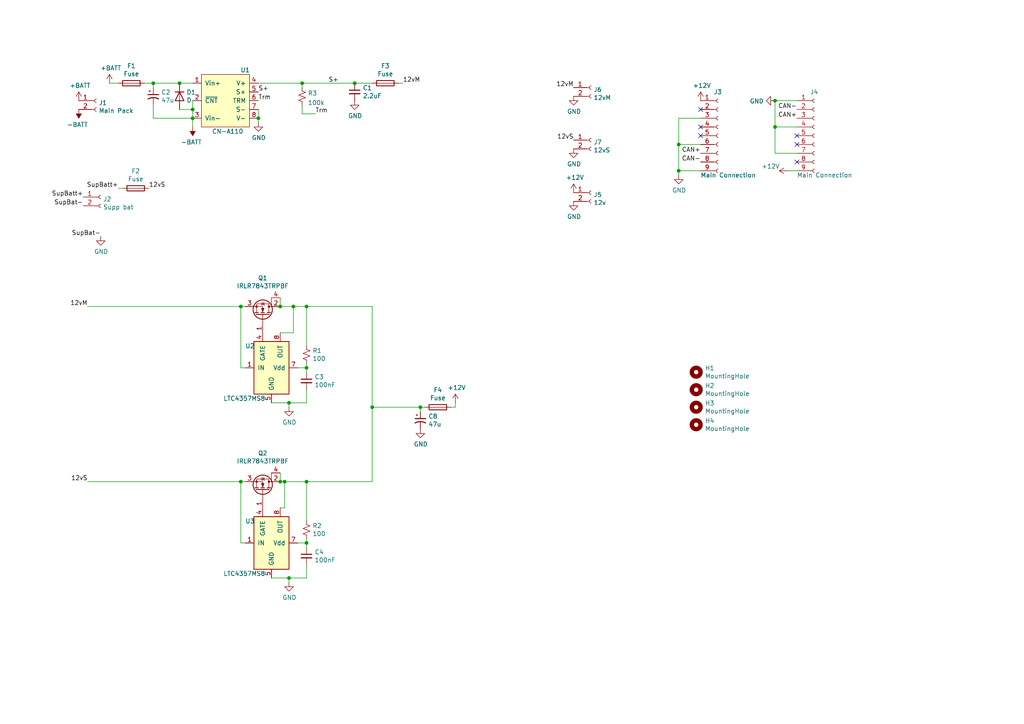
<source format=kicad_sch>
(kicad_sch (version 20211123) (generator eeschema)
  (paper "A4")
  (lib_symbols
    (symbol "Connector:Conn_01x02_Female" (pin_names (offset 1.016) hide)
      (property "Reference" "J" (at 0 2.54 0))
      (property "Value" "Conn_01x02_Female" (at 0 -5.08 0))
      (symbol "Conn_01x02_Female_1_1"
        (arc (start 0 -2.032) (mid -0.508 -2.54) (end 0 -3.048) (stroke (width 0.1524)))
        (polyline (pts (xy -1.27 -2.54) (xy -0.508 -2.54)) (stroke (width 0.1524)))
        (polyline (pts (xy -1.27 0) (xy -0.508 0)) (stroke (width 0.1524)))
        (arc (start 0 0.508) (mid -0.508 0) (end 0 -0.508) (stroke (width 0.1524)))
        (pin passive line (at -5.08 0 0) (length 3.81) (name "Pin_1") (number "1"))
        (pin passive line (at -5.08 -2.54 0) (length 3.81) (name "Pin_2") (number "2"))
      )
    )
    (symbol "Connector:Conn_01x09_Female" (pin_names (offset 1.016) hide)
      (property "Reference" "J" (at 0 12.7 0))
      (property "Value" "Conn_01x09_Female" (at 0 -12.7 0))
      (symbol "Conn_01x09_Female_1_1"
        (arc (start 0 -9.652) (mid -0.508 -10.16) (end 0 -10.668) (stroke (width 0.1524)))
        (arc (start 0 -7.112) (mid -0.508 -7.62) (end 0 -8.128) (stroke (width 0.1524)))
        (arc (start 0 -4.572) (mid -0.508 -5.08) (end 0 -5.588) (stroke (width 0.1524)))
        (arc (start 0 -2.032) (mid -0.508 -2.54) (end 0 -3.048) (stroke (width 0.1524)))
        (polyline (pts (xy -1.27 -10.16) (xy -0.508 -10.16)) (stroke (width 0.1524)))
        (polyline (pts (xy -1.27 -7.62) (xy -0.508 -7.62)) (stroke (width 0.1524)))
        (polyline (pts (xy -1.27 -5.08) (xy -0.508 -5.08)) (stroke (width 0.1524)))
        (polyline (pts (xy -1.27 -2.54) (xy -0.508 -2.54)) (stroke (width 0.1524)))
        (polyline (pts (xy -1.27 0) (xy -0.508 0)) (stroke (width 0.1524)))
        (polyline (pts (xy -1.27 2.54) (xy -0.508 2.54)) (stroke (width 0.1524)))
        (polyline (pts (xy -1.27 5.08) (xy -0.508 5.08)) (stroke (width 0.1524)))
        (polyline (pts (xy -1.27 7.62) (xy -0.508 7.62)) (stroke (width 0.1524)))
        (polyline (pts (xy -1.27 10.16) (xy -0.508 10.16)) (stroke (width 0.1524)))
        (arc (start 0 0.508) (mid -0.508 0) (end 0 -0.508) (stroke (width 0.1524)))
        (arc (start 0 3.048) (mid -0.508 2.54) (end 0 2.032) (stroke (width 0.1524)))
        (arc (start 0 5.588) (mid -0.508 5.08) (end 0 4.572) (stroke (width 0.1524)))
        (arc (start 0 8.128) (mid -0.508 7.62) (end 0 7.112) (stroke (width 0.1524)))
        (arc (start 0 10.668) (mid -0.508 10.16) (end 0 9.652) (stroke (width 0.1524)))
        (pin passive line (at -5.08 10.16 0) (length 3.81) (name "Pin_1") (number "1"))
        (pin passive line (at -5.08 7.62 0) (length 3.81) (name "Pin_2") (number "2"))
        (pin passive line (at -5.08 5.08 0) (length 3.81) (name "Pin_3") (number "3"))
        (pin passive line (at -5.08 2.54 0) (length 3.81) (name "Pin_4") (number "4"))
        (pin passive line (at -5.08 0 0) (length 3.81) (name "Pin_5") (number "5"))
        (pin passive line (at -5.08 -2.54 0) (length 3.81) (name "Pin_6") (number "6"))
        (pin passive line (at -5.08 -5.08 0) (length 3.81) (name "Pin_7") (number "7"))
        (pin passive line (at -5.08 -7.62 0) (length 3.81) (name "Pin_8") (number "8"))
        (pin passive line (at -5.08 -10.16 0) (length 3.81) (name "Pin_9") (number "9"))
      )
    )
    (symbol "Device:CP1_Small" (pin_numbers hide) (pin_names (offset 0.254) hide)
      (property "Reference" "C" (at 0.254 1.778 0))
      (property "Value" "Device_CP1_Small" (at 0.254 -2.032 0))
      (symbol "CP1_Small_0_1"
        (polyline (pts (xy -1.524 0.508) (xy 1.524 0.508)) (stroke (width 0.3048)))
        (polyline (pts (xy -1.27 1.524) (xy -0.762 1.524)))
        (polyline (pts (xy -1.016 1.27) (xy -1.016 1.778)))
        (arc (start 1.524 -0.762) (mid 0 -0.3734) (end -1.524 -0.762) (stroke (width 0.3048)))
      )
      (symbol "CP1_Small_1_1"
        (pin passive line (at 0 2.54 270) (length 2.032) (name "~") (number "1"))
        (pin passive line (at 0 -2.54 90) (length 2.032) (name "~") (number "2"))
      )
    )
    (symbol "Device:C_Small" (pin_numbers hide) (pin_names (offset 0.254) hide)
      (property "Reference" "C" (at 0.254 1.778 0))
      (property "Value" "C_Small" (at 0.254 -2.032 0))
      (symbol "C_Small_0_1"
        (polyline (pts (xy -1.524 -0.508) (xy 1.524 -0.508)) (stroke (width 0.3302)))
        (polyline (pts (xy -1.524 0.508) (xy 1.524 0.508)) (stroke (width 0.3048)))
      )
      (symbol "C_Small_1_1"
        (pin passive line (at 0 2.54 270) (length 2.032) (name "~") (number "1"))
        (pin passive line (at 0 -2.54 90) (length 2.032) (name "~") (number "2"))
      )
    )
    (symbol "Device:D" (pin_numbers hide) (pin_names (offset 1.016) hide)
      (property "Reference" "D" (at 0 2.54 0))
      (property "Value" "D" (at 0 -2.54 0))
      (symbol "D_0_1"
        (polyline (pts (xy -1.27 1.27) (xy -1.27 -1.27)) (stroke (width 0.254)))
        (polyline (pts (xy 1.27 0) (xy -1.27 0)))
        (polyline (pts (xy 1.27 1.27) (xy 1.27 -1.27) (xy -1.27 0) (xy 1.27 1.27)) (stroke (width 0.254)))
      )
      (symbol "D_1_1"
        (pin passive line (at -3.81 0 0) (length 2.54) (name "K") (number "1"))
        (pin passive line (at 3.81 0 180) (length 2.54) (name "A") (number "2"))
      )
    )
    (symbol "Device:Fuse" (pin_numbers hide) (pin_names (offset 0))
      (property "Reference" "F" (at 2.032 0 90))
      (property "Value" "Fuse" (at -1.905 0 90))
      (symbol "Fuse_0_1"
        (rectangle (start -0.762 -2.54) (end 0.762 2.54) (stroke (width 0.254)))
        (polyline (pts (xy 0 2.54) (xy 0 -2.54)))
      )
      (symbol "Fuse_1_1"
        (pin passive line (at 0 3.81 270) (length 1.27) (name "~") (number "1"))
        (pin passive line (at 0 -3.81 90) (length 1.27) (name "~") (number "2"))
      )
    )
    (symbol "Device:Q_NMOS_GDSD" (pin_names (offset 0) hide)
      (property "Reference" "Q" (at 5.08 1.27 0))
      (property "Value" "Q_NMOS_GDSD" (at 5.08 -1.27 0))
      (symbol "Q_NMOS_GDSD_0_1"
        (polyline (pts (xy 0.254 0) (xy -2.54 0)))
        (polyline (pts (xy 0.254 1.905) (xy 0.254 -1.905)) (stroke (width 0.254)))
        (polyline (pts (xy 0.762 -1.27) (xy 0.762 -2.286)) (stroke (width 0.254)))
        (polyline (pts (xy 0.762 0.508) (xy 0.762 -0.508)) (stroke (width 0.254)))
        (polyline (pts (xy 0.762 2.286) (xy 0.762 1.27)) (stroke (width 0.254)))
        (polyline (pts (xy 2.54 -2.54) (xy 2.54 0) (xy 0.762 0)))
        (polyline (pts (xy 5.08 2.54) (xy 2.54 2.54) (xy 2.54 1.778)))
        (polyline (pts (xy 0.762 -1.778) (xy 3.302 -1.778) (xy 3.302 1.778) (xy 0.762 1.778)))
        (polyline (pts (xy 1.016 0) (xy 2.032 0.381) (xy 2.032 -0.381) (xy 1.016 0)) (fill (type outline)))
        (polyline (pts (xy 2.794 0.508) (xy 2.921 0.381) (xy 3.683 0.381) (xy 3.81 0.254)))
        (polyline (pts (xy 3.302 0.381) (xy 2.921 -0.254) (xy 3.683 -0.254) (xy 3.302 0.381)))
        (circle (center 1.651 0) (radius 2.794) (stroke (width 0.254)))
        (circle (center 2.54 -1.778) (radius 0.254) (fill (type outline)))
        (circle (center 2.54 1.778) (radius 0.254) (fill (type outline)))
      )
      (symbol "Q_NMOS_GDSD_1_1"
        (pin input line (at -5.08 0 0) (length 2.54) (name "G") (number "1"))
        (pin passive line (at 2.54 5.08 270) (length 2.54) (name "D") (number "2"))
        (pin passive line (at 2.54 -5.08 90) (length 2.54) (name "S") (number "3"))
        (pin passive line (at 5.08 5.08 270) (length 2.54) (name "D") (number "4"))
      )
    )
    (symbol "Device:R_Small_US" (pin_numbers hide) (pin_names (offset 0.254) hide)
      (property "Reference" "R" (at 0.762 0.508 0))
      (property "Value" "R_Small_US" (at 0.762 -1.016 0))
      (symbol "R_Small_US_1_1"
        (polyline (pts (xy 0 0) (xy 1.016 -0.381) (xy 0 -0.762) (xy -1.016 -1.143) (xy 0 -1.524)))
        (polyline (pts (xy 0 1.524) (xy 1.016 1.143) (xy 0 0.762) (xy -1.016 0.381) (xy 0 0)))
        (pin passive line (at 0 2.54 270) (length 1.016) (name "~") (number "1"))
        (pin passive line (at 0 -2.54 90) (length 1.016) (name "~") (number "2"))
      )
    )
    (symbol "JohnLib:CN-A110" (pin_names (offset 1.016))
      (property "Reference" "U" (at 1.27 16.51 0))
      (property "Value" "CN-A110" (at 10.16 -1.27 0))
      (symbol "CN-A110_0_1"
        (rectangle (start 0 0) (end 13.97 15.24) (fill (type background)))
      )
      (symbol "CN-A110_1_1"
        (pin power_in line (at -2.54 12.7 0) (length 2.54) (name "Vin+") (number "1"))
        (pin input line (at -2.54 7.62 0) (length 2.54) (name "~{CNT}") (number "2"))
        (pin input line (at -2.54 2.54 0) (length 2.54) (name "Vin-") (number "3"))
        (pin power_out line (at 16.51 12.7 180) (length 2.54) (name "V+") (number "4"))
        (pin input line (at 16.51 10.16 180) (length 2.54) (name "S+") (number "5"))
        (pin input line (at 16.51 7.62 180) (length 2.54) (name "TRM") (number "6"))
        (pin input line (at 16.51 5.08 180) (length 2.54) (name "S-") (number "7"))
        (pin power_in line (at 16.51 2.54 180) (length 2.54) (name "V-") (number "8"))
      )
    )
    (symbol "Mechanical:MountingHole" (pin_names (offset 1.016))
      (property "Reference" "H" (at 0 5.08 0))
      (property "Value" "MountingHole" (at 0 3.175 0))
      (symbol "MountingHole_0_1"
        (circle (center 0 0) (radius 1.27) (stroke (width 1.27)))
      )
    )
    (symbol "Power_Management:LTC4357MS8" (pin_names (offset 1.016))
      (property "Reference" "U" (at 6.35 6.35 0))
      (property "Value" "LTC4357MS8" (at 6.35 -6.35 0))
      (symbol "LTC4357MS8_0_1"
        (rectangle (start -5.08 7.62) (end 5.08 -7.62) (stroke (width 0.254)) (fill (type background)))
      )
      (symbol "LTC4357MS8_1_1"
        (pin input line (at -7.62 0 0) (length 2.54) (name "IN") (number "1"))
        (pin no_connect line (at -7.62 -2.54 0) (length 2.54) hide (name "NC") (number "2"))
        (pin no_connect line (at -7.62 -5.08 0) (length 2.54) hide (name "NC") (number "3"))
        (pin output line (at -2.54 10.16 270) (length 2.54) (name "GATE") (number "4"))
        (pin power_in line (at 0 -10.16 90) (length 2.54) (name "GND") (number "5"))
        (pin no_connect line (at 2.54 -10.16 90) (length 2.54) hide (name "NC") (number "6"))
        (pin power_in line (at 7.62 0 180) (length 2.54) (name "Vdd") (number "7"))
        (pin input line (at 2.54 10.16 270) (length 2.54) (name "OUT") (number "8"))
      )
    )
    (symbol "power:+12V" (power) (pin_names (offset 0))
      (property "Value" "+12V" (at 0 3.556 0))
      (symbol "+12V_0_1"
        (polyline (pts (xy -0.762 1.27) (xy 0 2.54)))
        (polyline (pts (xy 0 0) (xy 0 2.54)))
        (polyline (pts (xy 0 2.54) (xy 0.762 1.27)))
      )
      (symbol "+12V_1_1"
        (pin power_in line (at 0 0 90) (length 0) hide (name "+12V") (number "1"))
      )
    )
    (symbol "power:+BATT" (power) (pin_names (offset 0))
      (property "Value" "+BATT" (at 0 3.556 0))
      (symbol "+BATT_0_1"
        (polyline (pts (xy -0.762 1.27) (xy 0 2.54)))
        (polyline (pts (xy 0 0) (xy 0 2.54)))
        (polyline (pts (xy 0 2.54) (xy 0.762 1.27)))
      )
      (symbol "+BATT_1_1"
        (pin power_in line (at 0 0 90) (length 0) hide (name "+BATT") (number "1"))
      )
    )
    (symbol "power:-BATT" (power) (pin_names (offset 0))
      (property "Value" "-BATT" (at 0 3.556 0))
      (symbol "-BATT_0_1"
        (polyline (pts (xy 0 0) (xy 0 2.54)))
        (polyline (pts (xy 0.762 1.27) (xy -0.762 1.27) (xy 0 2.54) (xy 0.762 1.27)) (fill (type outline)))
      )
      (symbol "-BATT_1_1"
        (pin power_in line (at 0 0 90) (length 0) hide (name "-BATT") (number "1"))
      )
    )
    (symbol "power:GND" (power) (pin_names (offset 0))
      (property "Value" "GND" (at 0 -3.81 0))
      (symbol "GND_0_1"
        (polyline (pts (xy 0 0) (xy 0 -1.27) (xy 1.27 -1.27) (xy 0 -2.54) (xy -1.27 -1.27) (xy 0 -1.27)))
      )
      (symbol "GND_1_1"
        (pin power_in line (at 0 0 270) (length 0) hide (name "GND") (number "1"))
      )
    )
  )
  (junction (at 224.79 36.83))
  (junction (at 55.88 34.29))
  (junction (at 83.82 116.84))
  (junction (at 55.88 31.75))
  (junction (at 83.82 167.64))
  (junction (at 196.85 41.91))
  (junction (at 74.93 34.29))
  (junction (at 69.85 139.7))
  (junction (at 107.95 118.11))
  (junction (at 82.55 139.7))
  (junction (at 88.9 88.9))
  (junction (at 44.45 24.13))
  (junction (at 52.07 24.13))
  (junction (at 85.09 88.9))
  (junction (at 196.85 49.53))
  (junction (at 81.28 139.7))
  (junction (at 121.92 118.11))
  (junction (at 224.79 29.21))
  (junction (at 88.9 139.7))
  (junction (at 102.87 24.13))
  (junction (at 88.9 157.48))
  (junction (at 87.63 24.13))
  (junction (at 69.85 88.9))
  (junction (at 81.28 88.9))
  (junction (at 88.9 106.68))
  (no_connect (at 203.2 31.75))
  (no_connect (at 203.2 39.37))
  (no_connect (at 203.2 36.83))
  (no_connect (at 231.14 39.37))
  (no_connect (at 231.14 41.91))
  (no_connect (at 231.14 46.99))
  (wire (pts (xy 71.12 157.48) (xy 69.85 157.48)))
  (wire (pts (xy 224.79 36.83) (xy 231.14 36.83)))
  (wire (pts (xy 203.2 49.53) (xy 196.85 49.53)))
  (wire (pts (xy 115.57 24.13) (xy 116.84 24.13)))
  (wire (pts (xy 88.9 167.64) (xy 88.9 163.83)))
  (wire (pts (xy 88.9 100.33) (xy 88.9 88.9)))
  (wire (pts (xy 83.82 168.91) (xy 83.82 167.64)))
  (wire (pts (xy 83.82 167.64) (xy 88.9 167.64)))
  (wire (pts (xy 81.28 137.16) (xy 81.28 139.7)))
  (wire (pts (xy 52.07 31.75) (xy 55.88 31.75)))
  (wire (pts (xy 196.85 41.91) (xy 196.85 34.29)))
  (wire (pts (xy 25.4 88.9) (xy 69.85 88.9)))
  (wire (pts (xy 55.88 31.75) (xy 55.88 34.29)))
  (wire (pts (xy 44.45 25.4) (xy 44.45 24.13)))
  (wire (pts (xy 81.28 96.52) (xy 85.09 96.52)))
  (wire (pts (xy 86.36 106.68) (xy 88.9 106.68)))
  (wire (pts (xy 44.45 34.29) (xy 55.88 34.29)))
  (wire (pts (xy 81.28 86.36) (xy 81.28 88.9)))
  (wire (pts (xy 196.85 34.29) (xy 203.2 34.29)))
  (wire (pts (xy 107.95 24.13) (xy 102.87 24.13)))
  (wire (pts (xy 88.9 88.9) (xy 107.95 88.9)))
  (wire (pts (xy 78.74 167.64) (xy 83.82 167.64)))
  (wire (pts (xy 224.79 29.21) (xy 224.79 36.83)))
  (wire (pts (xy 85.09 96.52) (xy 85.09 88.9)))
  (wire (pts (xy 81.28 88.9) (xy 85.09 88.9)))
  (wire (pts (xy 78.74 116.84) (xy 83.82 116.84)))
  (wire (pts (xy 81.28 139.7) (xy 82.55 139.7)))
  (wire (pts (xy 121.92 118.11) (xy 121.92 119.38)))
  (wire (pts (xy 107.95 139.7) (xy 107.95 118.11)))
  (wire (pts (xy 196.85 49.53) (xy 196.85 41.91)))
  (wire (pts (xy 224.79 36.83) (xy 224.79 44.45)))
  (wire (pts (xy 88.9 139.7) (xy 107.95 139.7)))
  (wire (pts (xy 31.75 24.13) (xy 34.29 24.13)))
  (wire (pts (xy 83.82 116.84) (xy 88.9 116.84)))
  (wire (pts (xy 87.63 33.02) (xy 91.44 33.02)))
  (wire (pts (xy 88.9 157.48) (xy 88.9 158.75)))
  (wire (pts (xy 87.63 33.02) (xy 87.63 30.48)))
  (wire (pts (xy 55.88 29.21) (xy 55.88 31.75)))
  (wire (pts (xy 87.63 24.13) (xy 87.63 25.4)))
  (wire (pts (xy 82.55 147.32) (xy 82.55 139.7)))
  (wire (pts (xy 85.09 88.9) (xy 88.9 88.9)))
  (wire (pts (xy 88.9 106.68) (xy 88.9 107.95)))
  (wire (pts (xy 196.85 50.8) (xy 196.85 49.53)))
  (wire (pts (xy 82.55 139.7) (xy 88.9 139.7)))
  (wire (pts (xy 74.93 31.75) (xy 74.93 34.29)))
  (wire (pts (xy 224.79 29.21) (xy 231.14 29.21)))
  (wire (pts (xy 224.79 44.45) (xy 231.14 44.45)))
  (wire (pts (xy 228.6 49.53) (xy 231.14 49.53)))
  (wire (pts (xy 71.12 106.68) (xy 69.85 106.68)))
  (wire (pts (xy 44.45 24.13) (xy 52.07 24.13)))
  (wire (pts (xy 88.9 139.7) (xy 88.9 151.13)))
  (wire (pts (xy 196.85 41.91) (xy 203.2 41.91)))
  (wire (pts (xy 74.93 24.13) (xy 87.63 24.13)))
  (wire (pts (xy 107.95 118.11) (xy 107.95 88.9)))
  (wire (pts (xy 69.85 88.9) (xy 71.12 88.9)))
  (wire (pts (xy 81.28 147.32) (xy 82.55 147.32)))
  (wire (pts (xy 121.92 118.11) (xy 107.95 118.11)))
  (wire (pts (xy 55.88 34.29) (xy 55.88 36.83)))
  (wire (pts (xy 25.4 139.7) (xy 69.85 139.7)))
  (wire (pts (xy 69.85 157.48) (xy 69.85 139.7)))
  (wire (pts (xy 44.45 30.48) (xy 44.45 34.29)))
  (wire (pts (xy 132.08 118.11) (xy 132.08 116.84)))
  (wire (pts (xy 130.81 118.11) (xy 132.08 118.11)))
  (wire (pts (xy 123.19 118.11) (xy 121.92 118.11)))
  (wire (pts (xy 34.29 54.61) (xy 35.56 54.61)))
  (wire (pts (xy 87.63 24.13) (xy 102.87 24.13)))
  (wire (pts (xy 86.36 157.48) (xy 88.9 157.48)))
  (wire (pts (xy 52.07 24.13) (xy 55.88 24.13)))
  (wire (pts (xy 41.91 24.13) (xy 44.45 24.13)))
  (wire (pts (xy 83.82 116.84) (xy 83.82 118.11)))
  (wire (pts (xy 88.9 116.84) (xy 88.9 113.03)))
  (wire (pts (xy 88.9 157.48) (xy 88.9 156.21)))
  (wire (pts (xy 74.93 34.29) (xy 74.93 35.56)))
  (wire (pts (xy 69.85 139.7) (xy 71.12 139.7)))
  (wire (pts (xy 69.85 106.68) (xy 69.85 88.9)))
  (wire (pts (xy 88.9 106.68) (xy 88.9 105.41)))
  (label "S+" (at 74.93 26.67 0))
  (label "SupBat-" (at 29.21 68.58 180))
  (label "SupBatt+" (at 34.29 54.61 180))
  (label "CAN-" (at 203.2 46.99 180))
  (label "S+" (at 95.25 24.13 0))
  (label "CAN+" (at 203.2 44.45 180))
  (label "12vS" (at 166.37 40.64 180))
  (label "SupBat-" (at 24.13 59.69 180))
  (label "12vS" (at 25.4 139.7 180))
  (label "12vS" (at 43.18 54.61 0))
  (label "SupBatt+" (at 24.13 57.15 180))
  (label "Trm" (at 91.44 33.02 0))
  (label "Trm" (at 74.93 29.21 0))
  (label "12vM" (at 25.4 88.9 180))
  (label "12vM" (at 166.37 25.4 180))
  (label "CAN+" (at 231.14 34.29 180))
  (label "CAN-" (at 231.14 31.75 180))
  (label "12vM" (at 116.84 24.13 0))
  (symbol (lib_id "JohnLib:CN-A110") (at 58.42 36.83 0) (unit 1)
    (property "Reference" "U1" (at 71.12 20.32 0))
    (property "Value" "CN-A110" (at 66.04 38.1 0))
    (property "Footprint" "JohnLib:CN100a110" (effects hide))
    (property "Datasheet" "https://product.tdk.com/system/files/dam/doc/product/power/switching-power/dc-dc-converter/instruction_manual/cn_a110_apl.pdf" (effects hide))
  )
  (symbol (lib_id "Connector:Conn_01x02_Female") (at 27.94 29.21 0) (unit 1)
    (property "Reference" "J1" (at 28.6512 29.8196 0) (effects (justify left)))
    (property "Value" "Main Pack" (at 28.6512 32.131 0) (effects (justify left)))
    (property "Footprint" "Connector_Molex:Molex_Micro-Fit_3.0_43650-0215_1x02_P3.00mm_Vertical" (effects hide))
  )
  (symbol (lib_id "power:+BATT") (at 22.86 29.21 0) (unit 1)
    (property "Reference" "#PWR03" (effects hide))
    (property "Value" "+BATT" (at 23.241 24.8158 0))
  )
  (symbol (lib_id "power:-BATT") (at 22.86 31.75 180) (unit 1)
    (property "Reference" "#PWR07" (effects hide))
    (property "Value" "-BATT" (at 22.479 36.1442 0))
  )
  (symbol (lib_id "power:-BATT") (at 55.88 36.83 180) (unit 1)
    (property "Reference" "#PWR09" (effects hide))
    (property "Value" "-BATT" (at 55.499 41.2242 0))
  )
  (symbol (lib_id "power:+BATT") (at 31.75 24.13 0) (unit 1)
    (property "Reference" "#PWR01" (effects hide))
    (property "Value" "+BATT" (at 32.131 19.7358 0))
  )
  (symbol (lib_id "power:GND") (at 74.93 35.56 0) (unit 1)
    (property "Reference" "#PWR08" (effects hide))
    (property "Value" "GND" (at 75.057 39.9542 0))
  )
  (symbol (lib_id "Connector:Conn_01x02_Female") (at 29.21 57.15 0) (unit 1)
    (property "Reference" "J2" (at 29.9212 57.7596 0) (effects (justify left)))
    (property "Value" "Supp bat" (at 29.9212 60.071 0) (effects (justify left)))
    (property "Footprint" "Connector_Molex:Molex_Micro-Fit_3.0_43650-0215_1x02_P3.00mm_Vertical" (effects hide))
  )
  (symbol (lib_id "Connector:Conn_01x09_Female") (at 208.28 39.37 0) (unit 1)
    (property "Reference" "J3" (at 207.01 26.67 0) (effects (justify left)))
    (property "Value" "Main Connection" (at 203.2 50.8 0) (effects (justify left)))
    (property "Footprint" "Connector_Molex:Molex_Micro-Fit_3.0_43650-0915_1x09_P3.00mm_Vertical" (effects hide))
  )
  (symbol (lib_id "power:+12V") (at 203.2 29.21 0) (unit 1)
    (property "Reference" "#PWR05" (effects hide))
    (property "Value" "+12V" (at 203.581 24.8158 0))
  )
  (symbol (lib_id "power:GND") (at 196.85 50.8 0) (unit 1)
    (property "Reference" "#PWR013" (effects hide))
    (property "Value" "GND" (at 196.977 55.1942 0))
  )
  (symbol (lib_id "Connector:Conn_01x09_Female") (at 236.22 39.37 0) (unit 1)
    (property "Reference" "J4" (at 234.95 26.67 0) (effects (justify left)))
    (property "Value" "Main Connection" (at 231.14 50.8 0) (effects (justify left)))
    (property "Footprint" "Connector_Molex:Molex_Micro-Fit_3.0_43650-0915_1x09_P3.00mm_Vertical" (effects hide))
  )
  (symbol (lib_id "power:+12V") (at 228.6 49.53 90) (unit 1)
    (property "Reference" "#PWR012" (effects hide))
    (property "Value" "+12V" (at 223.52 48.26 90))
  )
  (symbol (lib_id "power:GND") (at 224.79 29.21 270) (unit 1)
    (property "Reference" "#PWR06" (effects hide))
    (property "Value" "GND" (at 221.5388 29.337 90) (effects (justify right)))
  )
  (symbol (lib_id "Connector:Conn_01x02_Female") (at 171.45 25.4 0) (unit 1)
    (property "Reference" "J6" (at 172.1612 26.0096 0) (effects (justify left)))
    (property "Value" "12vM" (at 172.1612 28.321 0) (effects (justify left)))
    (property "Footprint" "Connector_Molex:Molex_Micro-Fit_3.0_43650-0215_1x02_P3.00mm_Vertical" (effects hide))
  )
  (symbol (lib_id "Connector:Conn_01x02_Female") (at 171.45 40.64 0) (unit 1)
    (property "Reference" "J7" (at 172.1612 41.2496 0) (effects (justify left)))
    (property "Value" "12vS" (at 172.1612 43.561 0) (effects (justify left)))
    (property "Footprint" "Connector_Molex:Molex_Micro-Fit_3.0_43650-0215_1x02_P3.00mm_Vertical" (effects hide))
  )
  (symbol (lib_id "power:GND") (at 166.37 43.18 0) (unit 1)
    (property "Reference" "#PWR011" (effects hide))
    (property "Value" "GND" (at 166.497 47.5742 0))
  )
  (symbol (lib_id "power:GND") (at 166.37 27.94 0) (unit 1)
    (property "Reference" "#PWR02" (effects hide))
    (property "Value" "GND" (at 166.497 32.3342 0))
  )
  (symbol (lib_id "Connector:Conn_01x02_Female") (at 171.45 55.88 0) (unit 1)
    (property "Reference" "J5" (at 172.1612 56.4896 0) (effects (justify left)))
    (property "Value" "12v" (at 172.1612 58.801 0) (effects (justify left)))
    (property "Footprint" "Connector_Molex:Molex_Micro-Fit_3.0_43650-0215_1x02_P3.00mm_Vertical" (effects hide))
  )
  (symbol (lib_id "power:GND") (at 166.37 58.42 0) (unit 1)
    (property "Reference" "#PWR015" (effects hide))
    (property "Value" "GND" (at 166.497 62.8142 0))
  )
  (symbol (lib_id "power:+12V") (at 166.37 55.88 0) (unit 1)
    (property "Reference" "#PWR014" (effects hide))
    (property "Value" "+12V" (at 166.751 51.4858 0))
  )
  (symbol (lib_id "Device:Fuse") (at 39.37 54.61 270) (unit 1)
    (property "Reference" "F2" (at 39.37 49.6062 90))
    (property "Value" "Fuse" (at 39.37 51.9176 90))
    (property "Footprint" "JohnLib:KeystoneFuseHolder3557-2" (effects hide))
  )
  (symbol (lib_id "Device:CP1_Small") (at 121.92 121.92 0) (unit 1)
    (property "Reference" "C8" (at 124.2314 120.7516 0) (effects (justify left)))
    (property "Value" "47u" (at 124.2314 123.063 0) (effects (justify left)))
    (property "Footprint" "Capacitor_SMD:CP_Elec_10x10" (effects hide))
  )
  (symbol (lib_id "Device:Fuse") (at 38.1 24.13 270) (unit 1)
    (property "Reference" "F1" (at 38.1 19.1262 90))
    (property "Value" "Fuse" (at 38.1 21.4376 90))
    (property "Footprint" "JohnLib:KeystoneFuseHolder3557-2" (effects hide))
  )
  (symbol (lib_id "Device:D") (at 52.07 27.94 270) (unit 1)
    (property "Reference" "D1" (at 54.0766 26.7716 90) (effects (justify left)))
    (property "Value" "D" (at 54.0766 29.083 90) (effects (justify left)))
    (property "Footprint" "Diode_SMD:D_SOD-123F" (effects hide))
    (property "LCSC#" "C64898" (effects hide))
  )
  (symbol (lib_id "Device:CP1_Small") (at 44.45 27.94 0) (unit 1)
    (property "Reference" "C2" (at 46.7614 26.7716 0) (effects (justify left)))
    (property "Value" "47u" (at 46.7614 29.083 0) (effects (justify left)))
    (property "Footprint" "Capacitor_THT:CP_Radial_D12.5mm_P5.00mm" (effects hide))
  )
  (symbol (lib_id "Device:C_Small") (at 102.87 26.67 0) (unit 1)
    (property "Reference" "C1" (at 105.2068 25.5016 0) (effects (justify left)))
    (property "Value" "2.2uF" (at 105.2068 27.813 0) (effects (justify left)))
    (property "Footprint" "Capacitor_SMD:C_0805_2012Metric" (effects hide))
    (property "LCSC#" "C28323" (effects hide))
  )
  (symbol (lib_id "power:GND") (at 102.87 29.21 0) (unit 1)
    (property "Reference" "#PWR04" (effects hide))
    (property "Value" "GND" (at 102.997 33.6042 0))
  )
  (symbol (lib_id "Device:Q_NMOS_GDSD") (at 76.2 91.44 270) (mirror x) (unit 1)
    (property "Reference" "Q1" (at 76.2 80.645 90))
    (property "Value" "IRLR7843TRPBF" (at 76.2 82.9564 90))
    (property "Footprint" "Package_TO_SOT_SMD:TO-252-3_TabPin4" (effects hide))
    (property "LCSC#" "C21988" (effects hide))
  )
  (symbol (lib_id "Device:Q_NMOS_GDSD") (at 76.2 142.24 270) (mirror x) (unit 1)
    (property "Reference" "Q2" (at 76.2 131.445 90))
    (property "Value" "IRLR7843TRPBF" (at 76.2 133.7564 90))
    (property "Footprint" "Package_TO_SOT_SMD:TO-252-3_TabPin4" (effects hide))
    (property "LCSC#" "C21988" (effects hide))
  )
  (symbol (lib_id "power:GND") (at 29.21 68.58 0) (unit 1)
    (property "Reference" "#PWR0105" (effects hide))
    (property "Value" "GND" (at 29.337 72.9742 0))
  )
  (symbol (lib_id "Device:Fuse") (at 127 118.11 270) (unit 1)
    (property "Reference" "F4" (at 127 113.1062 90))
    (property "Value" "Fuse" (at 127 115.4176 90))
    (property "Footprint" "JohnLib:KeystoneFuseHolder3557-2" (effects hide))
  )
  (symbol (lib_id "power:+12V") (at 132.08 116.84 0) (unit 1)
    (property "Reference" "#PWR017" (effects hide))
    (property "Value" "+12V" (at 132.461 112.4458 0))
  )
  (symbol (lib_id "power:GND") (at 121.92 124.46 0) (unit 1)
    (property "Reference" "#PWR0104" (effects hide))
    (property "Value" "GND" (at 122.047 128.8542 0))
  )
  (symbol (lib_id "Device:Fuse") (at 111.76 24.13 270) (unit 1)
    (property "Reference" "F3" (at 111.76 19.1262 90))
    (property "Value" "Fuse" (at 111.76 21.4376 90))
    (property "Footprint" "JohnLib:KeystoneFuseHolder3557-2" (effects hide))
  )
  (symbol (lib_id "Mechanical:MountingHole") (at 201.93 107.95 0) (unit 1)
    (property "Reference" "H1" (at 204.47 106.7816 0) (effects (justify left)))
    (property "Value" "MountingHole" (at 204.47 109.093 0) (effects (justify left)))
    (property "Footprint" "MountingHole:MountingHole_3.2mm_M3" (effects hide))
  )
  (symbol (lib_id "Mechanical:MountingHole") (at 201.93 113.03 0) (unit 1)
    (property "Reference" "H2" (at 204.47 111.8616 0) (effects (justify left)))
    (property "Value" "MountingHole" (at 204.47 114.173 0) (effects (justify left)))
    (property "Footprint" "MountingHole:MountingHole_3.2mm_M3" (effects hide))
  )
  (symbol (lib_id "Mechanical:MountingHole") (at 201.93 118.11 0) (unit 1)
    (property "Reference" "H3" (at 204.47 116.9416 0) (effects (justify left)))
    (property "Value" "MountingHole" (at 204.47 119.253 0) (effects (justify left)))
    (property "Footprint" "MountingHole:MountingHole_3.2mm_M3" (effects hide))
  )
  (symbol (lib_id "Mechanical:MountingHole") (at 201.93 123.19 0) (unit 1)
    (property "Reference" "H4" (at 204.47 122.0216 0) (effects (justify left)))
    (property "Value" "MountingHole" (at 204.47 124.333 0) (effects (justify left)))
    (property "Footprint" "MountingHole:MountingHole_3.2mm_M3" (effects hide))
  )
  (symbol (lib_id "Power_Management:LTC4357MS8") (at 78.74 106.68 0) (unit 1)
    (property "Reference" "U2" (at 71.12 100.33 0) (effects (justify left)))
    (property "Value" "LTC4357MS8" (at 64.77 115.57 0) (effects (justify left)))
    (property "Footprint" "Package_SO:MSOP-8_3x3mm_P0.65mm" (effects hide))
    (property "Datasheet" "https://www.analog.com/media/en/technical-documentation/data-sheets/4357fd.pdf" (effects hide))
  )
  (symbol (lib_id "Power_Management:LTC4357MS8") (at 78.74 157.48 0) (unit 1)
    (property "Reference" "U3" (at 71.12 151.13 0) (effects (justify left)))
    (property "Value" "LTC4357MS8" (at 64.77 166.37 0) (effects (justify left)))
    (property "Footprint" "Package_SO:MSOP-8_3x3mm_P0.65mm" (effects hide))
    (property "Datasheet" "https://www.analog.com/media/en/technical-documentation/data-sheets/4357fd.pdf" (effects hide))
  )
  (symbol (lib_id "power:GND") (at 83.82 118.11 0) (unit 1)
    (property "Reference" "#PWR0101" (effects hide))
    (property "Value" "GND" (at 83.947 122.5042 0))
  )
  (symbol (lib_id "power:GND") (at 83.82 168.91 0) (unit 1)
    (property "Reference" "#PWR0102" (effects hide))
    (property "Value" "GND" (at 83.947 173.3042 0))
  )
  (symbol (lib_id "Device:R_Small_US") (at 88.9 102.87 0) (unit 1)
    (property "Reference" "R1" (at 90.6272 101.7016 0) (effects (justify left)))
    (property "Value" "100" (at 90.6272 104.013 0) (effects (justify left)))
    (property "Footprint" "Resistor_SMD:R_0603_1608Metric" (effects hide))
    (property "LCSC#" "C22775" (effects hide))
  )
  (symbol (lib_id "Device:C_Small") (at 88.9 110.49 0) (unit 1)
    (property "Reference" "C3" (at 91.2368 109.3216 0) (effects (justify left)))
    (property "Value" "100nF" (at 91.2368 111.633 0) (effects (justify left)))
    (property "Footprint" "Capacitor_SMD:C_0603_1608Metric" (effects hide))
    (property "LCSC#" "C14663" (effects hide))
  )
  (symbol (lib_id "Device:R_Small_US") (at 88.9 153.67 0) (unit 1)
    (property "Reference" "R2" (at 90.6272 152.5016 0) (effects (justify left)))
    (property "Value" "100" (at 90.6272 154.813 0) (effects (justify left)))
    (property "Footprint" "Resistor_SMD:R_0603_1608Metric" (effects hide))
    (property "LCSC#" "C22775" (effects hide))
  )
  (symbol (lib_id "Device:C_Small") (at 88.9 161.29 0) (unit 1)
    (property "Reference" "C4" (at 91.2368 160.1216 0) (effects (justify left)))
    (property "Value" "100nF" (at 91.2368 162.433 0) (effects (justify left)))
    (property "Footprint" "Capacitor_SMD:C_0603_1608Metric" (effects hide))
    (property "LCSC#" "C14663" (effects hide))
  )
  (symbol (lib_id "Device:R_Small_US") (at 87.63 27.94 0) (unit 1)
    (property "Reference" "R3" (at 89.281 27.0315 0) (effects (justify left)))
    (property "Value" "100k" (at 89.281 29.8066 0) (effects (justify left)))
    (property "Footprint" "Resistor_SMD:R_1206_3216Metric_Pad1.30x1.75mm_HandSolder" (effects hide))
  )
)
</source>
